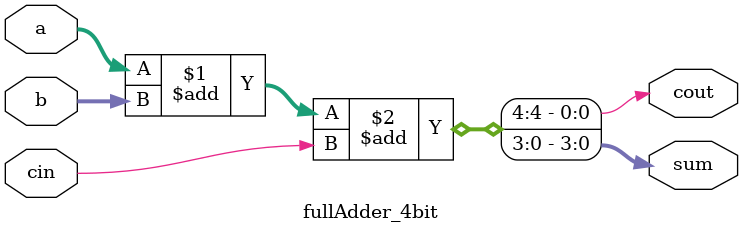
<source format=v>
module fullAdder_4bit (
    input [3:0] a,
    input [3:0] b,
    input cin,
    output [3:0] sum,
    output cout
);

    assign {cout, sum} = a + b + cin;
    
endmodule

</source>
